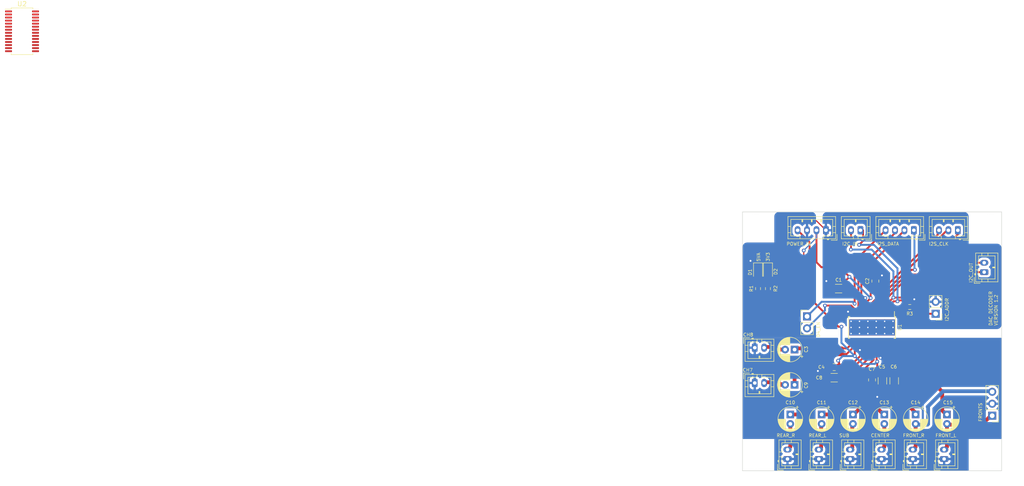
<source format=kicad_pcb>
(kicad_pcb (version 20221018) (generator pcbnew)
  (layers (0 "F.Cu" signal) (31 "B.Cu" signal) (34 "B.Paste" user) (35 "F.Paste" user) (36 "B.SilkS" user "B.Silkscreen") (37 "F.SilkS" user "F.Silkscreen") (38 "B.Mask" user) (39 "F.Mask" user) (44 "Edge.Cuts" user))
  (net 0 "")
  (net 1 "3V3")
  (net 2 "SDA")
  (net 3 "PCMCLK")
  (net 4 "BCLK")
  (net 5 "WCLK")
  (net 6 "I2S_D1")
  (net 7 "I2S_D2")
  (net 8 "I2S_D3")
  (net 9 "5VA")
  (net 10 "GND")
  (net 11 "AGND")
  (net 12 "ADDR")
  (net 13 "ZERO1")
  (net 14 "SCL")
  (net 15 "ZERO2")
  (net 16 "PAD")
  (net 17 "VOUT1")
  (net 18 "LEFT_FRONT")
  (net 19 "VOUT2")
  (net 20 "RIGHT_FRONT")
  (net 21 "VOUT3")
  (net 22 "LEFT_REAR")
  (net 23 "VOUT4")
  (net 24 "RIGHT_REAR")
  (net 25 "VOUT6")
  (net 26 "VOUT5")
  (net 27 "CENTER")
  (net 28 "SUBW")
  (net 29 "VOUT7")
  (net 30 "VOUT8")
  (net 31 "Net-(U1-VCOM)")
  (net 32 "CH7")
  (net 33 "CH8")
  (net 34 "I2S_D4")
  (net 35 "Net-(D1-A)")
  (net 36 "Net-(D2-A)")
  (net 37 "I2S_D4_IN")
  (footprint "LED_SMD:LED_0805_2012Metric_Pad1.15x1.40mm_HandSolder" (layer "F.Cu") (at 162.2 56.2 -90)
    (fp_text reference "D2" (at 0 -1.65 -270 unlocked) (layer "F.SilkS") (effects (font (size 0.7 0.7) (thickness 0.1))))
    (fp_text value "YELLOW")
    (pad "1" smd roundrect (at -1.025 0 270) (size 1.15 1.4) (layers "F.Cu" "F.Paste" "F.Mask") (roundrect_rratio 0.2173913043) (net 10 "GND"))
    (pad "2" smd roundrect (at 1.025 0 270) (size 1.15 1.4) (layers "F.Cu" "F.Paste" "F.Mask") (roundrect_rratio 0.2173913043) (net 36 "Net-(D2-A)"))
  )
  (footprint "Connector_PinHeader_2.54mm:PinHeader_1x02_P2.54mm_Vertical" (layer "F.Cu") (at 197.8 65.14 180)
    (fp_text reference "J16" hide)
    (fp_text value "Conn_01x02_Male")
    (pad "1" thru_hole rect (at 0 0 180) (size 1.7 1.7) (drill 1) (layers "*.Cu" "*.Mask") (net 12 "ADDR"))
    (pad "2" thru_hole oval (at 0 2.54 180) (size 1.7 1.7) (drill 1) (layers "*.Cu" "*.Mask") (net 10 "GND"))
  )
  (footprint "Connector_JST:JST_PH_B2B-PH-K_1x02_P2.00mm_Vertical" (layer "F.Cu") (at 192.95 96 90)
    (fp_text reference "J14" hide)
    (fp_text value "Conn_01x02_Male")
    (pad "1" thru_hole roundrect (at 0 0 90) (size 1.2 1.75) (drill 0.75) (layers "*.Cu" "*.Mask") (roundrect_rratio 0.2083333333) (net 11 "AGND"))
    (pad "2" thru_hole oval (at 2 0 90) (size 1.2 1.75) (drill 0.75) (layers "*.Cu" "*.Mask") (net 20 "RIGHT_FRONT"))
  )
  (footprint "LED_SMD:LED_0805_2012Metric_Pad1.15x1.40mm_HandSolder" (layer "F.Cu") (at 160.1 56.2 -90)
    (fp_text reference "D1" (at 0.1 1.7 -270 unlocked) (layer "F.SilkS") (effects (font (size 0.7 0.7) (thickness 0.1))))
    (fp_text value "BLUE")
    (pad "1" smd roundrect (at -1.025 0 270) (size 1.15 1.4) (layers "F.Cu" "F.Paste" "F.Mask") (roundrect_rratio 0.2173913043) (net 11 "AGND"))
    (pad "2" smd roundrect (at 1.025 0 270) (size 1.15 1.4) (layers "F.Cu" "F.Paste" "F.Mask") (roundrect_rratio 0.2173913043) (net 35 "Net-(D1-A)"))
  )
  (footprint "Capacitor_SMD:C_0805_2012Metric_Pad1.18x1.45mm_HandSolder" (layer "F.Cu") (at 176.2625 76.475 180)
    (fp_text reference "C4" (at 2.7 0 unlocked) (layer "F.SilkS") (effects (font (size 0.7 0.7) (thickness 0.1))))
    (fp_text value "100N")
    (pad "1" smd roundrect (at -1.0375 0 180) (size 1.175 1.45) (layers "F.Cu" "F.Paste" "F.Mask") (roundrect_rratio 0.2127659574) (net 9 "5VA"))
    (pad "2" smd roundrect (at 1.0375 0 180) (size 1.175 1.45) (layers "F.Cu" "F.Paste" "F.Mask") (roundrect_rratio 0.2127659574) (net 11 "AGND"))
  )
  (footprint "Capacitor_SMD:C_1206_3216Metric_Pad1.33x1.80mm_HandSolder" (layer "F.Cu") (at 176.2625 78.725 180)
    (fp_text reference "C8" (at 3.2 0 unlocked) (layer "F.SilkS") (effects (font (size 0.7 0.7) (thickness 0.1))))
    (fp_text value "10U")
    (pad "1" smd roundrect (at -1.5625 0 180) (size 1.325 1.8) (layers "F.Cu" "F.Paste" "F.Mask") (roundrect_rratio 0.1886792453) (net 9 "5VA"))
    (pad "2" smd roundrect (at 1.5625 0 180) (size 1.325 1.8) (layers "F.Cu" "F.Paste" "F.Mask") (roundrect_rratio 0.1886792453) (net 11 "AGND"))
  )
  (footprint "Connector_JST:JST_PH_B2B-PH-K_1x02_P2.00mm_Vertical" (layer "F.Cu") (at 208.1 56.3 90)
    (fp_text reference "J5" hide)
    (fp_text value "Conn_01x02_Male")
    (pad "1" thru_hole roundrect (at 0 0 90) (size 1.2 1.75) (drill 0.75) (layers "*.Cu" "*.Mask") (roundrect_rratio 0.2083333333) (net 14 "SCL"))
    (pad "2" thru_hole oval (at 2 0 90) (size 1.2 1.75) (drill 0.75) (layers "*.Cu" "*.Mask") (net 2 "SDA"))
  )
  (footprint "Connector_JST:JST_PH_B2B-PH-K_1x02_P2.00mm_Vertical" (layer "F.Cu") (at 159.4 79.85)
    (fp_text reference "J8" hide)
    (fp_text value "Conn_01x02_Male")
    (pad "1" thru_hole roundrect (at 0 0) (size 1.2 1.75) (drill 0.75) (layers "*.Cu" "*.Mask") (roundrect_rratio 0.2083333333) (net 11 "AGND"))
    (pad "2" thru_hole oval (at 2 0) (size 1.2 1.75) (drill 0.75) (layers "*.Cu" "*.Mask") (net 32 "CH7"))
  )
  (footprint "Connector_JST:JST_PH_B4B-PH-K_1x04_P2.00mm_Vertical" (layer "F.Cu") (at 193.166666 47.4 180)
    (fp_text reference "J3" hide)
    (fp_text value "Conn_01x04_Male")
    (pad "1" thru_hole roundrect (at 0 0 180) (size 1.2 1.75) (drill 0.75) (layers "*.Cu" "*.Mask") (roundrect_rratio 0.2083333333) (net 6 "I2S_D1"))
    (pad "2" thru_hole oval (at 2 0 180) (size 1.2 1.75) (drill 0.75) (layers "*.Cu" "*.Mask") (net 7 "I2S_D2"))
    (pad "3" thru_hole oval (at 4 0 180) (size 1.2 1.75) (drill 0.75) (layers "*.Cu" "*.Mask") (net 8 "I2S_D3"))
    (pad "4" thru_hole oval (at 6 0 180) (size 1.2 1.75) (drill 0.75) (layers "*.Cu" "*.Mask") (net 37 "I2S_D4_IN"))
  )
  (footprint "Resistor_SMD:R_0603_1608Metric_Pad0.98x0.95mm_HandSolder" (layer "F.Cu") (at 192.3 63.7 180)
    (fp_text reference "R3" (at 0 -1.43 unlocked) (layer "F.SilkS") (effects (font (size 0.7 0.7) (thickness 0.1))))
    (fp_text value "4.7K")
    (pad "1" smd roundrect (at -0.9125 0 180) (size 0.975 0.95) (layers "F.Cu" "F.Paste" "F.Mask") (net 10 "GND"))
    (pad "2" smd roundrect (at 0.9125 0 180) (size 0.975 0.95) (layers "F.Cu" "F.Paste" "F.Mask") (net 12 "ADDR"))
  )
  (footprint "Connector_JST:JST_PH_B2B-PH-K_1x02_P2.00mm_Vertical" (layer "F.Cu") (at 159.4 72.35)
    (fp_text reference "J7" hide)
    (fp_text value "Conn_01x02_Male")
    (pad "1" thru_hole roundrect (at 0 0) (size 1.2 1.75) (drill 0.75) (layers "*.Cu" "*.Mask") (roundrect_rratio 0.2083333333) (net 11 "AGND"))
    (pad "2" thru_hole oval (at 2 0) (size 1.2 1.75) (drill 0.75) (layers "*.Cu" "*.Mask") (net 33 "CH8"))
  )
  (footprint "Capacitor_THT:CP_Radial_D5.0mm_P2.00mm" (layer "F.Cu") (at 186.9 86.539888 -90)
    (fp_text reference "C13" (at -2.539888 0 unlocked) (layer "F.SilkS") (effects (font (size 0.7 0.7) (thickness 0.1))))
    (fp_text value "10U")
    (pad "1" thru_hole rect (at 0 0 270) (size 1.6 1.6) (drill 0.8) (layers "*.Cu" "*.Mask") (net 21 "VOUT3"))
    (pad "2" thru_hole circle (at 2 0 270) (size 1.6 1.6) (drill 0.8) (layers "*.Cu" "*.Mask") (net 22 "LEFT_REAR"))
  )
  (footprint "Connector_JST:JST_PH_B2B-PH-K_1x02_P2.00mm_Vertical" (layer "F.Cu") (at 199.6 96 90)
    (fp_text reference "J15" hide)
    (fp_text value "Conn_01x02_Male")
    (pad "1" thru_hole roundrect (at 0 0 90) (size 1.2 1.75) (drill 0.75) (layers "*.Cu" "*.Mask") (roundrect_rratio 0.2083333333) (net 11 "AGND"))
    (pad "2" thru_hole oval (at 2 0 90) (size 1.2 1.75) (drill 0.75) (layers "*.Cu" "*.Mask") (net 18 "LEFT_FRONT"))
  )
  (footprint "Capacitor_SMD:C_0805_2012Metric_Pad1.18x1.45mm_HandSolder" (layer "F.Cu") (at 184.3 79.2 -90)
    (fp_text reference "C7" (at -2.3 0.0375 unlocked) (layer "F.SilkS") (effects (font (size 0.7 0.7) (thickness 0.1))))
    (fp_text value "100N")
    (pad "1" smd roundrect (at -1.0375 0 270) (size 1.175 1.45) (layers "F.Cu" "F.Paste" "F.Mask") (roundrect_rratio 0.2127659574) (net 9 "5VA"))
    (pad "2" smd roundrect (at 1.0375 0 270) (size 1.175 1.45) (layers "F.Cu" "F.Paste" "F.Mask") (roundrect_rratio 0.2127659574) (net 11 "AGND"))
  )
  (footprint "Capacitor_THT:CP_Radial_D5.0mm_P2.00mm" (layer "F.Cu") (at 173.6 86.539888 -90)
    (fp_text reference "C11" (at -2.539888 0 unlocked) (layer "F.SilkS") (effects (font (size 0.7 0.7) (thickness 0.1))))
    (fp_text value "10U")
    (pad "1" thru_hole rect (at 0 0 270) (size 1.6 1.6) (drill 0.8) (layers "*.Cu" "*.Mask") (net 26 "VOUT5"))
    (pad "2" thru_hole circle (at 2 0 270) (size 1.6 1.6) (drill 0.8) (layers "*.Cu" "*.Mask") (net 27 "CENTER"))
  )
  (footprint "Connector_JST:JST_PH_B2B-PH-K_1x02_P2.00mm_Vertical" (layer "F.Cu") (at 173 96 90)
    (fp_text reference "J11" hide)
    (fp_text value "Conn_01x02_Male")
    (pad "1" thru_hole roundrect (at 0 0 90) (size 1.2 1.75) (drill 0.75) (layers "*.Cu" "*.Mask") (roundrect_rratio 0.2083333333) (net 11 "AGND"))
    (pad "2" thru_hole oval (at 2 0 90) (size 1.2 1.75) (drill 0.75) (layers "*.Cu" "*.Mask") (net 27 "CENTER"))
  )
  (footprint "Package_SO:TSSOP-28_4.4x9.7mm_P0.65mm" (layer "F.Cu") (at 3.875 5.125)
    (fp_text reference "U2" (at 0 -5.8) (layer "F.SilkS"))
    (fp_text value "PCM5122PW")
    (pad "1" smd roundrect (at -2.8625 -4.225) (size 1.475 0.4) (layers "F.Cu" "F.Paste" "F.Mask"))
    (pad "2" smd roundrect (at -2.8625 -3.575) (size 1.475 0.4) (layers "F.Cu" "F.Paste" "F.Mask"))
    (pad "3" smd roundrect (at -2.8625 -2.925) (size 1.475 0.4) (layers "F.Cu" "F.Paste" "F.Mask"))
    (pad "4" smd roundrect (at -2.8625 -2.275) (size 1.475 0.4) (layers "F.Cu" "F.Paste" "F.Mask"))
    (pad "5" smd roundrect (at -2.8625 -1.625) (size 1.475 0.4) (layers "F.Cu" "F.Paste" "F.Mask"))
    (pad "6" smd roundrect (at -2.8625 -0.975) (size 1.475 0.4) (layers "F.Cu" "F.Paste" "F.Mask"))
    (pad "7" smd roundrect (at -2.8625 -0.325) (size 1.475 0.4) (layers "F.Cu" "F.Paste" "F.Mask"))
    (pad "8" smd roundrect (at -2.8625 0.325) (size 1.475 0.4) (layers "F.Cu" "F.Paste" "F.Mask"))
    (pad "9" smd roundrect (at -2.8625 0.975) (size 1.475 0.4) (layers "F.Cu" "F.Paste" "F.Mask"))
    (pad "10" smd roundrect (at -2.8625 1.625) (size 1.475 0.4) (layers "F.Cu" "F.Paste" "F.Mask"))
    (pad "11" smd roundrect (at -2.8625 2.275) (size 1.475 0.4) (layers "F.Cu" "F.Paste" "F.Mask"))
    (pad "12" smd roundrect (at -2.8625 2.925) (size 1.475 0.4) (layers "F.Cu" "F.Paste" "F.Mask"))
    (pad "13" smd roundrect (at -2.8625 3.575) (size 1.475 0.4) (layers "F.Cu" "F.Paste" "F.Mask"))
    (pad "14" smd roundrect (at -2.8625 4.225) (size 1.475 0.4) (layers "F.Cu" "F.Paste" "F.Mask"))
    (pad "15" smd roundrect (at 2.8625 4.225) (size 1.475 0.4) (layers "F.Cu" "F.Paste" "F.Mask"))
    (pad "16" smd roundrect (at 2.8625 3.575) (size 1.475 0.4) (layers "F.Cu" "F.Paste" "F.Mask"))
    (pad "17" smd roundrect (at 2.8625 2.925) (size 1.475 0.4) (layers "F.Cu" "F.Paste" "F.Mask"))
    (pad "18" smd roundrect (at 2.8625 2.275) (size 1.475 0.4) (layers "F.Cu" "F.Paste" "F.Mask"))
    (pad "19" smd roundrect (at 2.8625 1.625) (size 1.475 0.4) (layers "F.Cu" "F.Paste" "F.Mask"))
    (pad "20" smd roundrect (at 2.8625 0.975) (size 1.475 0.4) (layers "F.Cu" "F.Paste" "F.Mask"))
    (pad "21" smd roundrect (at 2.8625 0.325) (size 1.475 0.4) (layers "F.Cu" "F.Paste" "F.Mask"))
    (pad "22" smd roundrect (at 2.8625 -0.325) (size 1.475 0.4) (layers "F.Cu" "F.Paste" "F.Mask"))
    (pad "23" smd roundrect (at 2.8625 -0.975) (size 1.475 0.4) (layers "F.Cu" "F.Paste" "F.Mask"))
    (pad "24" smd roundrect (at 2.8625 -1.625) (size 1.475 0.4) (layers "F.Cu" "F.Paste" "F.Mask"))
    (pad "25" smd roundrect (at 2.8625 -2.275) (size 1.475 0.4) (layers "F.Cu" "F.Paste" "F.Mask"))
    (pad "26" smd roundrect (at 2.8625 -2.925) (size 1.475 0.4) (layers "F.Cu" "F.Paste" "F.Mask"))
    (pad "27" smd roundrect (at 2.8625 -3.575) (size 1.475 0.4) (layers "F.Cu" "F.Paste" "F.Mask"))
    (pad "28" smd roundrect (at 2.8625 -4.225) (size 1.475 0.4) (layers "F.Cu" "F.Paste" "F.Mask"))
  )
  (footprint "Package_SO:HTSSOP-28-1EP_4.4x9.7mm_P0.65mm_EP3.4x9.5mm_Mask2.4x6.17mm_ThermalVias" (layer "F.Cu") (at 184.3 68.05 -90)
    (fp_text reference "U1" (at 0 -5.9 90 unlocked) (layer "F.SilkS") (effects (font (size 0.7 0.7) (thickness 0.1))))
    (fp_text value "PCM1681")
    (pad "1" smd rect (at -2.85 -4.225 270) (size 1.1 0.4) (layers "F.Cu" "F.Paste" "F.Mask") (net 13 "ZERO1"))
    (pad "2" smd rect (at -2.85 -3.575 270) (size 1.1 0.4) (layers "F.Cu" "F.Paste" "F.Mask") (net 12 "ADDR"))
    (pad "3" smd rect (at -2.85 -2.925 270) (size 1.1 0.4) (layers "F.Cu" "F.Paste" "F.Mask") (net 14 "SCL"))
    (pad "4" smd rect (at -2.85 -2.275 270) (size 1.1 0.4) (layers "F.Cu" "F.Paste" "F.Mask") (net 2 "SDA"))
    (pad "5" smd rect (at -2.85 -1.625 270) (size 1.1 0.4) (layers "F.Cu" "F.Paste" "F.Mask") (net 3 "PCMCLK"))
    (pad "6" smd rect (at -2.85 -0.975 270) (size 1.1 0.4) (layers "F.Cu" "F.Paste" "F.Mask") (net 6 "I2S_D1"))
    (pad "7" smd rect (at -2.85 -0.325 270) (size 1.1 0.4) (layers "F.Cu" "F.Paste" "F.Mask") (net 4 "BCLK"))
    (pad "8" smd rect (at -2.85 0.325 270) (size 1.1 0.4) (layers "F.Cu" "F.Paste" "F.Mask") (net 5 "WCLK"))
    (pad "9" smd rect (at -2.85 0.975 270) (size 1.1 0.4) (layers "F.Cu" "F.Paste" "F.Mask") (net 1 "3V3"))
    (pad "10" smd rect (at -2.85 1.625 270) (size 1.1 0.4) (layers "F.Cu" "F.Paste" "F.Mask") (net 10 "GND"))
    (pad "11" smd rect (at -2.85 2.275 270) (size 1.1 0.4) (layers "F.Cu" "F.Paste" "F.Mask") (net 7 "I2S_D2"))
    (pad "12" smd rect (at -2.85 2.925 270) (size 1.1 0.4) (layers "F.Cu" "F.Paste" "F.Mask") (net 8 "I2S_D3"))
    (pad "13" smd rect (at -2.85 3.575 270) (size 1.1 0.4) (layers "F.Cu" "F.Paste" "F.Mask") (net 34 "I2S_D4"))
    (pad "14" smd rect (at -2.85 4.225 270) (size 1.1 0.4) (layers "F.Cu" "F.Paste" "F.Mask") (net 10 "GND"))
    (pad "15" smd rect (at 2.85 4.225 270) (size 1.1 0.4) (layers "F.Cu" "F.Paste" "F.Mask") (net 30 "VOUT8"))
    (pad "16" smd rect (at 2.85 3.575 270) (size 1.1 0.4) (layers "F.Cu" "F.Paste" "F.Mask") (net 29 "VOUT7"))
    (pad "17" smd rect (at 2.85 2.925 270) (size 1.1 0.4) (layers "F.Cu" "F.Paste" "F.Mask") (net 9 "5VA"))
    (pad "18" smd rect (at 2.85 2.275 270) (size 1.1 0.4) (layers "F.Cu" "F.Paste" "F.Mask") (net 11 "AGND"))
    (pad "19" smd rect (at 2.85 1.625 270) (size 1.1 0.4) (layers "F.Cu" "F.Paste" "F.Mask") (net 25 "VOUT6"))
    (pad "20" smd rect (at 2.85 0.975 270) (size 1.1 0.4) (layers "F.Cu" "F.Paste" "F.Mask") (net 26 "VOUT5"))
    (pad "21" smd rect (at 2.85 0.325 270) (size 1.1 0.4) (layers "F.Cu" "F.Paste" "F.Mask") (net 23 "VOUT4"))
    (pad "22" smd rect (at 2.85 -0.325 270) (size 1.1 0.4) (layers "F.Cu" "F.Paste" "F.Mask") (net 21 "VOUT3"))
    (pad "23" smd rect (at 2.85 -0.975 270) (size 1.1 0.4) (layers "F.Cu" "F.Paste" "F.Mask") (net 9 "5VA"))
    (pad "24" smd rect (at 2.85 -1.625 270) (size 1.1 0.4) (layers "F.Cu" "F.Paste" "F.Mask") (net 11 "AGND"))
    (pad "25" smd rect (at 2.85 -2.275 270) (size 1.1 0.4) (layers "F.Cu" "F.Paste" "F.Mask") (net 31 "Net-(U1-VCOM)"))
    (pad "26" smd rect (at 2.85 -2.925 270) (size 1.1 0.4) (layers "F.Cu" "F.Paste" "F.Mask") (net 19 "VOUT2"))
    (pad "27" smd rect (at 2.85 -3.575 270) (size 1.1 0.4) (layers "F.Cu" "F.Paste" "F.Mask") (net 17 "VOUT1"))
    (pad "28" smd rect (at 2.85 -4.225 270) (size 1.1 0.4) (layers "F.Cu" "F.Paste" "F.Mask") (net 15 "ZERO2"))
    (pad "29" thru_hole circle (at -1.3 -4.45 270) (size 0.6 0.6) (drill 0.3) (layers "*.Cu") (net 16 "PAD"))
    (pad "29" thru_hole circle (at -1.3 -2.67 270) (size 0.6 0.6) (drill 0.3) (layers "*.Cu") (net 16 "PAD"))
    (pad "29" thru_hole circle (at -1.3 -0.89 270) (size 0.6 0.6) (drill 0.3) (layers "*.Cu") (net 16 "PAD"))
    (pad "29" thru_hole circle (at -1.3 0.89 270) (size 0.6 0.6) (drill 0.3) (layers "*.Cu") (net 16 "PAD"))
    (pad "29" thru_hole circle (at -1.3 2.67 270) (size 0.6 0.6) (drill 0.3) (layers "*.Cu") (net 16 "PAD"))
    (pad "29" thru_hole circle (at -1.3 4.45 270) (size 0.6 0.6) (drill 0.3) (layers "*.Cu") (net 16 "PAD"))
    (pad "29" thru_hole circle (at 0 -4.45 270) (size 0.6 0.6) (drill 0.3) (layers "*.Cu") (net 16 "PAD"))
    (pad "29" thru_hole circle (at 0 -2.67 270) (size 0.6 0.6) (drill 0.3) (layers "*.Cu") (net 16 "PAD"))
    (pad "29" thru_hole circle (at 0 -0.89 270) (size 0.6 0.6) (drill 0.3) (layers "*.Cu") (net 16 "PAD"))
    (pad "29" smd rect (at 0 0 270) (size 3.4 9.7) (layers "F.Cu") (net 16 "PAD"))
    (pad "29" smd rect (at 0 0 270) (size 3.4 9.7) (layers "B.Cu") (net 16 "PAD"))
    (pad "29" thru_hole circle (at 0 0.89 270) (size 0.6 0.6) (drill 0.3) (layers "*.Cu") (net 16 "PAD"))
    (pad "29" thru_hole circle (at 0 2.67 270) (size 0.6 0.6) (drill 0.3) (layers "*.Cu") (net 16 "PAD"))
    (pad "29" thru_hole circle (at 0 4.45 270) (size 0.6 0.6) (drill 0.3) (layers "*.Cu") (net 16 "PAD"))
    (pad "29" thru_hole circle (at 1.3 -4.45 270) (size 0.6 0.6) (drill 0.3) (layers "*.Cu") (net 16 "PAD"))
    (pad "29" thru_hole circle (at 1.3 -2.67 270) (size 0.6 0.6) (drill 0.3) (layers "*.Cu") (net 16 "PAD"))
    (pad "29" thru_hole circle (at 1.3 -0.89 270) (size 0.6 0.6) (drill 0.3) (layers "*.Cu") (net 16 "PAD"))
    (pad "29" thru_hole circle (at 1.3 0.89 270) (size 0.6 0.6) (drill 0.3) (layers "*.Cu") (net 16 "PAD"))
    (pad "29" thru_hole circle (at 1.3 2.67 270) (size 0.6 0.6) (drill 0.3) (layers "*.Cu") (net 16 "PAD"))
    (pad "29" thru_hole circle (at 1.3 4.45 270) (size 0.6 0.6) (drill 0.3) (layers "*.Cu") (net 16 "PAD"))
  )
  (footprint "Capacitor_SMD:C_1206_3216Metric_Pad1.33x1.80mm_HandSolder" (layer "F.Cu") (at 189 79.4 90)
    (fp_text reference "C6" (at 3 -0.1 unlocked) (layer "F.SilkS") (effects (font (size 0.7 0.7) (thickness 0.1))))
    (fp_text value "10U")
    (pad "1" smd roundrect (at -1.5625 0 90) (size 1.325 1.8) (layers "F.Cu" "F.Paste" "F.Mask") (roundrect_rratio 0.1886792453) (net 11 "AGND"))
    (pad "2" smd roundrect (at 1.5625 0 90) (size 1.325 1.8) (layers "F.Cu" "F.Paste" "F.Mask") (roundrect_rratio 0.1886792453) (net 31 "Net-(U1-VCOM)"))
  )
  (footprint "Capacitor_THT:CP_Radial_D5.0mm_P2.00mm" (layer "F.Cu") (at 166.95 86.539888 -90)
    (fp_text reference "C10" (at -2.539888 0 unlocked) (layer "F.SilkS") (effects (font (size 0.7 0.7) (thickness 0.1))))
    (fp_text value "10U")
    (pad "1" thru_hole rect (at 0 0 270) (size 1.6 1.6) (drill 0.8) (layers "*.Cu" "*.Mask") (net 25 "VOUT6"))
    (pad "2" thru_hole circle (at 2 0 270) (size 1.6 1.6) (drill 0.8) (layers "*.Cu" "*.Mask") (net 28 "SUBW"))
  )
  (footprint "Capacitor_SMD:C_0805_2012Metric_Pad1.18x1.45mm_HandSolder" (layer "F.Cu") (at 185 58.2 -90)
    (fp_text reference "C2" (at 0 1.7 90 unlocked) (layer "F.SilkS") (effects (font (size 0.7 0.7) (thickness 0.1))))
    (fp_text value "100N")
    (pad "1" smd roundrect (at -1.0375 0 270) (size 1.175 1.45) (layers "F.Cu" "F.Paste" "F.Mask") (roundrect_rratio 0.2127659574) (net 10 "GND"))
    (pad "2" smd roundrect (at 1.0375 0 270) (size 1.175 1.45) (layers "F.Cu" "F.Paste" "F.Mask") (roundrect_rratio 0.2127659574) (net 1 "3V3"))
  )
  (footprint "Connector_JST:JST_PH_B4B-PH-K_1x04_P2.00mm_Vertical" (layer "F.Cu") (at 174.5 47.4 180)
    (fp_text reference "J1" hide)
    (fp_text value "Conn_01x04_Male")
    (pad "1" thru_hole roundrect (at 0 0 180) (size 1.2 1.75) (drill 0.75) (layers "*.Cu" "*.Mask") (roundrect_rratio 0.2083333333) (net 10 "GND"))
    (pad "2" thru_hole oval (at 2 0 180) (size 1.2 1.75) (drill 0.75) (layers "*.Cu" "*.Mask") (net 1 "3V3"))
    (pad "3" thru_hole oval (at 4 0 180) (size 1.2 1.75) (drill 0.75) (layers "*.Cu" "*.Mask") (net 11 "AGND"))
    (pad "4" thru_hole oval (at 6 0 180) (size 1.2 1.75) (drill 0.75) (layers "*.Cu" "*.Mask") (net 9 "5VA"))
  )
  (footprint "Capacitor_THT:CP_Radial_D5.0mm_P2.00mm" (layer "F.Cu") (at 200.2 86.539888 -90)
    (fp_text reference "C15" (at -2.539888 -0.2 unlocked) (layer "F.SilkS") (effects (font (size 0.7 0.7) (thickness 0.1))))
    (fp_text value "10U")
    (pad "1" thru_hole rect (at 0 0 270) (size 1.6 1.6) (drill 0.8) (layers "*.Cu" "*.Mask") (net 17 "VOUT1"))
    (pad "2" thru_hole circle (at 2 0 270) (size 1.6 1.6) (drill 0.8) (layers "*.Cu" "*.Mask") (net 18 "LEFT_FRONT"))
  )
  (footprint "Connector_PinHeader_2.54mm:PinHeader_1x03_P2.54mm_Vertical" (layer "F.Cu") (at 209.8 86.8 180)
    (fp_text reference "J9" hide)
    (fp_text value "Conn_01x03_Male")
    (pad "1" thru_hole rect (at 0 0 180) (size 1.7 1.7) (drill 1) (layers "*.Cu" "*.Mask") (net 18 "LEFT_FRONT"))
    (pad "2" thru_hole oval (at 0 2.54 180) (size 1.7 1.7) (drill 1) (layers "*.Cu" "*.Mask") (net 11 "AGND"))
    (pad "3" thru_hole oval (at 0 5.08 180) (size 1.7 1.7) (drill 1) (layers "*.Cu" "*.Mask") (net 20 "RIGHT_FRONT"))
  )
  (footprint "Connector_JST:JST_PH_B2B-PH-K_1x02_P2.00mm_Vertical" (layer "F.Cu") (at 179.65 96 90)
    (fp_text reference "J12" hide)
    (fp_text value "Conn_01x02_Male")
    (pad "1" thru_hole roundrect (at 0 0 90) (size 1.2 1.75) (drill 0.75) (layers "*.Cu" "*.Mask") (roundrect_rratio 0.2083333333) (net 11 "AGND"))
    (pad "2" thru_hole oval (at 2 0 90) (size 1.2 1.75) (drill 0.75) (layers "*.Cu" "*.Mask") (net 24 "RIGHT_REAR"))
  )
  (footprint "Capacitor_SMD:C_1206_3216Metric_Pad1.33x1.80mm_HandSolder" (layer "F.Cu") (at 186.5 79.4 -90)
    (fp_text reference "C5" (at -3 0.1 unlocked) (layer "F.SilkS") (effects (font (size 0.7 0.7) (thickness 0.1))))
    (fp_text value "10U")
    (pad "1" smd roundrect (at -1.5625 0 270) (size 1.325 1.8) (layers "F.Cu" "F.Paste" "F.Mask") (roundrect_rratio 0.1886792453) (net 9 "5VA"))
    (pad "2" smd roundrect (at 1.5625 0 270) (size 1.325 1.8) (layers "F.Cu" "F.Paste" "F.Mask") (roundrect_rratio 0.1886792453) (net 11 "AGND"))
  )
  (footprint "MountingHole:MountingHole_3.2mm_M3" (layer "F.Cu") (at 209.3 96)
    (fp_text reference "H4" hide)
    (fp_text value "MountingHole")
    (pad "" np_thru_hole circle (at 0 0) (size 3.2 3.2) (drill 3.2) (layers "*.Cu" "*.Mask"))
  )
  (footprint "Capacitor_THT:CP_Radial_D5.0mm_P2.00mm" (layer "F.Cu") (at 167.855113 72.75 180)
    (fp_text reference "C3" (at -2.444887 0.05 90 unlocked) (layer "F.SilkS") (effects (font (size 0.7 0.7) (thickness 0.1))))
    (fp_text value "10U")
    (pad "1" thru_hole rect (at 0 0 180) (size 1.6 1.6) (drill 0.8) (layers "*.Cu" "*.Mask") (net 30 "VOUT8"))
    (pad "2" thru_hole circle (at 2 0 180) (size 1.6 1.6) (drill 0.8) (layers "*.Cu" "*.Mask") (net 33 "CH8"))
  )
  (footprint "Capacitor_THT:CP_Radial_D5.0mm_P2.00mm" (layer "F.Cu") (at 167.855113 80.25 180)
    (fp_text reference "C9" (at -2.444887 -0.1 90 unlocked) (layer "F.SilkS") (effects (font (size 0.7 0.7) (thickness 0.1))))
    (fp_text value "10U")
    (pad "1" thru_hole rect (at 0 0 180) (size 1.6 1.6) (drill 0.8) (layers "*.Cu" "*.Mask") (net 29 "VOUT7"))
    (pad "2" thru_hole circle (at 2 0 180) (size 1.6 1.6) (drill 0.8) (layers "*.Cu" "*.Mask") (net 32 "CH7"))
  )
  (footprint "Connector_JST:JST_PH_B3B-PH-K_1x03_P2.00mm_Vertical" (layer "F.Cu") (at 202.5 47.4 180)
    (fp_text reference "J4" hide)
    (fp_text value "Conn_01x03_Male")
    (pad "1" thru_hole roundrect (at 0 0 180) (size 1.2 1.75) (drill 0.75) (layers "*.Cu" "*.Mask") (roundrect_rratio 0.2083333333) (net 3 "PCMCLK"))
    (pad "2" thru_hole oval (at 2 0 180) (size 1.2 1.75) (drill 0.75) (layers "*.Cu" "*.Mask") (net 4 "BCLK"))
    (pad "3" thru_hole oval (at 4 0 180) (size 1.2 1.75) (drill 0.75) (layers "*.Cu" "*.Mask") (net 5 "WCLK"))
  )
  (footprint "Capacitor_THT:CP_Radial_D5.0mm_P2.00mm" (layer "F.Cu") (at 193.55 86.539888 -90)
    (fp_text reference "C14" (at -2.539888 0 unlocked) (layer "F.SilkS") (effects (font (size 0.7 0.7) (thickness 0.1))))
    (fp_text value "10U")
    (pad "1" thru_hole rect (at 0 0 270) (size 1.6 1.6) (drill 0.8) (layers "*.Cu" "*.Mask") (net 19 "VOUT2"))
    (pad "2" thru_hole circle (at 2 0 270) (size 1.6 1.6) (drill 0.8) (layers "*.Cu" "*.Mask") (net 20 "RIGHT_FRONT"))
  )
  (footprint "Resistor_SMD:R_0603_1608Metric_Pad0.98x0.95mm_HandSolder" (layer "F.Cu") (at 162.2 59.8 90)
    (fp_text reference "R2" (at 0 1.61838 90 unlocked) (layer "F.SilkS") (effects (font (size 0.7 0.7) (thickness 0.1))))
    (fp_text value "430R")
    (pad "1" smd roundrect (at -0.9125 0 90) (size 0.975 0.95) (layers "F.Cu" "F.Paste" "F.Mask") (net 1 "3V3"))
    (pad "2" smd roundrect (at 0.9125 0 90) (size 0.975 0.95) (layers "F.Cu" "F.Paste" "F.Mask") (net 36 "Net-(D2-A)"))
  )
  (footprint "MountingHole:MountingHole_3.2mm_M3" (layer "F.Cu") (at 159.3 46)
    (fp_text reference "H1" hide)
    (fp_text value "MountingHole")
    (pad "" np_thru_hole circle (at 0 0) (size 3.2 3.2) (drill 3.2) (layers "*.Cu" "*.Mask"))
  )
  (footprint "Connector_JST:JST_PH_B2B-PH-K_1x02_P2.00mm_Vertical" (layer "F.Cu") (at 181.833333 47.4 180)
    (fp_text reference "J2" hide)
    (fp_text value "Conn_01x02_Male")
    (pad "1" thru_hole roundrect (at 0 0 180) (size 1.2 1.75) (drill 0.75) (layers "*.Cu" "*.Mask") (roundrect_rratio 0.2083333333) (net 14 "SCL"))
    (pad "2" thru_hole oval (at 2 0 180) (size 1.2 1.75) (drill 0.75) (layers "*.Cu" "*.Mask") (net 2 "SDA"))
  )
  (footprint "Connector_JST:JST_PH_B2B-PH-K_1x02_P2.00mm_Vertical" (layer "F.Cu") (at 186.3 96 90)
    (fp_text reference "J13" hide)
    (fp_text value "Conn_01x02_Male")
    (pad "1" thru_hole roundrect (at 0 0 90) (size 1.2 1.75) (drill 0.75) (layers "*.Cu" "*.Mask") (roundrect_rratio 0.2083333333) (net 11 "AGND"))
    (pad "2" thru_hole oval (at 2 0 90) (size 1.2 1.75) (drill 0.75) (layers "*.Cu" "*.Mask") (net 22 "LEFT_REAR"))
  )
  (footprint "Capacitor_THT:CP_Radial_D5.0mm_P2.00mm" (layer "F.Cu") (at 180.25 86.539888 -90)
    (fp_text reference "C12" (at -2.539888 0 unlocked) (layer "F.SilkS") (effects (font (size 0.7 0.7) (thickness 0.1))))
    (fp_text value "10U")
    (pad "1" thru_hole rect (at 0 0 270) (size 1.6 1.6) (drill 0.8) (layers "*.Cu" "*.Mask") (net 23 "VOUT4"))
    (pad "2" thru_hole circle (at 2 0 270) (size 1.6 1.6) (drill 0.8) (layers "*.Cu" "*.Mask") (net 24 "RIGHT_REAR"))
  )
  (footprint "Resistor_SMD:R_0603_1608Metric_Pad0.98x0.95mm_HandSolder" (layer "F.Cu") (at 160.1 59.8 90)
    (fp_text reference "R1" (at 0 -1.43 90 unlocked) (layer "F.SilkS") (effects (font (size 0.7 0.7) (thickness 0.1))))
    (fp_text value "1K")
    (pad "1" smd roundrect (at -0.9125 0 90) (size 0.975 0.95) (layers "F.Cu" "F.Paste" "F.Mask") (net 9 "5VA"))
    (pad "2" smd roundrect (at 0.9125 0 90) (size 0.975 0.95) (layers "F.Cu" "F.Paste" "F.Mask") (net 35 "Net-(D1-A)"))
  )
  (footprint "Capacitor_SMD:C_1206_3216Metric_Pad1.33x1.80mm_HandSolder" (layer "F.Cu") (at 177.2 59.8)
    (fp_text reference "C1" (at 0 -1.85 unlocked) (layer "F.SilkS") (effects (font (size 0.7 0.7) (thickness 0.1))))
    (fp_text value "10U")
    (pad "1" smd roundrect (at -1.5625 0) (size 1.325 1.8) (layers "F.Cu" "F.Paste" "F.Mask") (roundrect_rratio 0.1886792453) (net 10 "GND"))
    (pad "2" smd roundrect (at 1.5625 0) (size 1.325 1.8) (layers "F.Cu" "F.Paste" "F.Mask") (roundrect_rratio 0.1886792453) (net 1 "3V3"))
  )
  (footprint "MountingHole:MountingHole_3.2mm_M3" (layer "F.Cu") (at 159.3 96)
    (fp_text reference "H3" hide)
    (fp_text value "MountingHole")
    (pad "" np_thru_hole circle (at 0 0) (size 3.2 3.2) (drill 3.2) (layers "*.Cu" "*.Mask"))
  )
  (footprint "Connector_PinHeader_2.54mm:PinHeader_1x02_P2.54mm_Vertical" (layer "F.Cu") (at 170.5 65.7)
    (fp_text reference "J6" hide)
    (fp_text value "Conn_01x02_Male")
    (pad "1" thru_hole rect (at 0 0) (size 1.7 1.7) (drill 1) (layers "*.Cu" "*.Mask") (net 37 "I2S_D4_IN"))
    (pad "2" thru_hole oval (at 0 2.54) (size 1.7 1.7) (drill 1) (layers "*.Cu" "*.Mask") (net 34 "I2S_D4"))
  )
  (footprint "Connector_JST:JST_PH_B2B-PH-K_1x02_P2.00mm_Vertical" (layer "F.Cu") (at 166.35 96 90)
    (fp_text reference "J10" hide)
    (fp_text value "Conn_01x02_Male")
    (pad "1" thru_hole roundrect (at 0 0 90) (size 1.2 1.75) (drill 0.75) (layers "*.Cu" "*.Mask") (roundrect_rratio 0.2083333333) (net 11 "AGND"))
    (pad "2" thru_hole oval (at 2 0 90) (size 1.2 1.75) (drill 0.75) (layers "*.Cu" "*.Mask") (net 28 "SUBW"))
  )
  (footprint "MountingHole:MountingHole_3.2mm_M3" (layer "F.Cu") (at 209.3 46)
    (fp_text reference "H2" hide)
    (fp_text value "MountingHole")
    (pad "" np_thru_hole circle (at 0 0) (size 3.2 3.2) (drill 3.2) (layers "*.Cu" "*.Mask"))
  )
  (gr_line (start 156.8 98.5) (end 211.8 98.5) (stroke (width 0.1)) (layer "Edge.Cuts"))
  (gr_line (start 211.8 98.5) (end 211.8 43.5) (stroke (width 0.1)) (layer "Edge.Cuts"))
  (gr_line (start 211.8 43.5) (end 156.8 43.5) (stroke (width 0.1)) (layer "Edge.Cuts"))
  (gr_line (start 156.8 43.5) (end 156.8 98.5) (stroke (width 0.1)) (layer "Edge.Cuts"))
  (gr_text "REAR_R" (at 164 91) (layer "F.SilkS") (effects (font (size 0.7 0.7) (thickness 0.1)) (justify left)))
  (gr_text "5VA" (at 160.2 54.1 90) (layer "F.SilkS") (effects (font (size 0.7 0.7) (thickness 0.1)) (justify left)))
  (gr_text "CH8" (at 156.9 69.6) (layer "F.SilkS") (effects (font (size 0.7 0.7) (thickness 0.1)) (justify left)))
  (gr_text "DAC DECODER\nVERSION 1.2" (at 210.05 67.75 90) (layer "F.SilkS") (effects (font (size 0.7 0.7) (thickness 0.1)) (justify left)))
  (gr_text "3V3" (at 162.2 54.1 90) (layer "F.SilkS") (effects (font (size 0.7 0.7) (thickness 0.1)) (justify left)))
  (gr_text "FRONT_R" (at 190.8 91) (layer "F.SilkS") (effects (font (size 0.7 0.7) (thickness 0.1)) (justify left)))
  (gr_text "I2S_DATA" (at 185.3 50.3) (layer "F.SilkS") (effects (font (size 0.7 0.7) (thickness 0.1)) (justify left)))
  (gr_text "FRONTS" (at 207.3 88.1 90) (layer "F.SilkS") (effects (font (size 0.7 0.7) (thickness 0.1)) (justify left)))
  (gr_text "REAR_L" (at 170.8 91) (layer "F.SilkS") (effects (font (size 0.7 0.7) (thickness 0.1)) (justify left)))
  (gr_text "D4_EN" (at 172.9 70.2 90) (layer "F.SilkS") (effects (font (size 0.7 0.7) (thickness 0.1)) (justify left)))
  (gr_text "I2C_OUT" (at 205.3 58.6 90) (layer "F.SilkS") (effects (font (size 0.7 0.7) (thickness 0.1)) (justify left)))
  (gr_text "FRONT_L" (at 197.7 91) (layer "F.SilkS") (effects (font (size 0.7 0.7) (thickness 0.1)) (justify left)))
  (gr_text "CH7" (at 156.8 77.1) (layer "F.SilkS") (effects (font (size 0.7 0.7) (thickness 0.1)) (justify left)))
  (gr_text "CENTER" (at 184 91) (layer "F.SilkS") (effects (font (size 0.7 0.7) (thickness 0.1)) (justify left)))
  (gr_text "I2S_CLK" (at 196.3 50.3) (layer "F.SilkS") (effects (font (size 0.7 0.7) (thickness 0.1)) (justify left)))
  (gr_text "I2C_ADDR" (at 200.2 66.8 90) (layer "F.SilkS") (effects (font (size 0.7 0.7) (thickness 0.1)) (justify left)))
  (gr_text "SUB" (at 177.283288 91) (layer "F.SilkS") (effects (font (size 0.7 0.7) (thickness 0.1)) (justify left)))
  (gr_text "POWER_IN" (at 166.1 50.3) (layer "F.SilkS") (effects (font (size 0.7 0.7) (thickness 0.1)) (justify left)))
  (gr_text "I2C_IN" (at 177.9 50.3) (layer "F.SilkS") (effects (font (size 0.7 0.7) (thickness 0.1)) (justify left)))
  (segment (start 183.325 62.475) (end 184 61.8) (width 0.4) (layer "F.Cu") (net 1))
  (segment (start 169.8 53.1125) (end 169.8 51.7) (width 0.25) (layer "F.Cu") (net 1))
  (segment (start 177.45 55.25) (end 179.5 57.3) (width 0.4) (layer "F.Cu") (net 1))
  (segment (start 162.2 60.7125) (end 169.8 53.1125) (width 0.25) (layer "F.Cu") (net 1))
  (segment (start 172.5 54.2) (end 173.55 55.25) (width 0.4) (layer "F.Cu") (net 1))
  (segment (start 178.7625 59.8) (end 178.7625 58.0375) (width 0.4) (layer "F.Cu") (net 1))
  (segment (start 172.5 47.4) (end 172.5 54.2) (width 0.4) (layer "F.Cu") (net 1))
  (segment (start 184 60.2375) (end 185 59.2375) (width 0.4) (layer "F.Cu") (net 1))
  (segment (start 178.7625 58.0375) (end 179.5 57.3) (width 0.4) (layer "F.Cu") (net 1))
  (segment (start 173.55 55.25) (end 177.45 55.25) (width 0.4) (layer "F.Cu") (net 1))
  (segment (start 183.325 62.475) (end 183.325 65.2) (width 0.4) (layer "F.Cu") (net 1))
  (segment (start 184 61.8) (end 184 60.2375) (width 0.4) (layer "F.Cu") (net 1))
  (via (at 179.5 57.3) (size 0.8) (drill 0.4) (layers "F.Cu" "B.Cu") (net 1))
  (via (at 169.8 51.7) (size 0.8) (drill 0.4) (layers "F.Cu" "B.Cu") (net 1))
  (via (at 184 61.8) (size 0.8) (drill 0.4) (layers "F.Cu" "B.Cu") (net 1))
  (segment (start 172.5 49) (end 169.8 51.7) (width 0.25) (layer "B.Cu") (net 1))
  (segment (start 172.5 47.4) (end 172.5 49) (width 0.25) (layer "B.Cu") (net 1))
  (segment (start 184 61.8) (end 179.5 57.3) (width 0.4) (layer "B.Cu") (net 1))
  (segment (start 179.833333 47.4) (end 179.833333 51.466667) (width 0.4) (layer "F.Cu") (net 2))
  (segment (start 179.833333 51.466667) (end 179.8 51.5) (width 0.4) (layer "F.Cu") (net 2))
  (segment (start 198.2 54.3) (end 208.1 54.3) (width 0.4) (layer "F.Cu") (net 2))
  (segment (start 186.575 65.2) (end 186.575 63.950483) (width 0.4) (layer "F.Cu") (net 2))
  (segment (start 190.7995 61.7005) (end 198.2 54.3) (width 0.4) (layer "F.Cu") (net 2))
  (segment (start 186.575 63.950483) (end 188.824983 61.7005) (width 0.4) (layer "F.Cu") (net 2))
  (segment (start 188.824983 61.7005) (end 188.834786 61.7005) (width 0.4) (layer "F.Cu") (net 2))
  (segment (start 188.834786 61.7005) (end 190.7995 61.7005) (width 0.4) (layer "F.Cu") (net 2))
  (via (at 179.8 51.5) (size 0.8) (drill 0.4) (layers "F.Cu" "B.Cu") (net 2))
  (via (at 188.834786 61.7005) (size 0.8) (drill 0.4) (layers "F.Cu" "B.Cu") (net 2))
  (segment (start 184.209869 51.5) (end 179.8 51.5) (width 0.4) (layer "B.Cu") (net 2))
  (segment (start 188.834786 61.7005) (end 188.834786 56.124917) (width 0.4) (layer "B.Cu") (net 2))
  (segment (start 188.834786 56.124917) (end 184.209869 51.5) (width 0.4) (layer "B.Cu") (net 2))
  (segment (start 187.2 62.100706) (end 187.2 62.476955) (width 0.4) (layer "F.Cu") (net 3))
  (segment (start 202.5 48.275) (end 193.975 56.8) (width 0.4) (layer "F.Cu") (net 3))
  (segment (start 202.5 47.4) (end 202.5 48.275) (width 0.4) (layer "F.Cu") (net 3))
  (segment (start 193.975 56.8) (end 192.500706 56.8) (width 0.4) (layer "F.Cu") (net 3))
  (segment (start 187.2 62.476955) (end 185.925 63.751955) (width 0.4) (layer "F.Cu") (net 3))
  (segment (start 192.500706 56.8) (end 187.2 62.100706) (width 0.4) (layer "F.Cu") (net 3))
  (segment (start 185.925 63.751955) (end 185.925 65.2) (width 0.4) (layer "F.Cu") (net 3))
  (segment (start 184.625 63.354899) (end 184.625 65.2) (width 0.4) (layer "F.Cu") (net 4))
  (segment (start 186 61.600706) (end 186 61.979899) (width 0.4) (layer "F.Cu") (net 4))
  (segment (start 186 61.979899) (end 184.625 63.354899) (width 0.4) (layer "F.Cu") (net 4))
  (segment (start 200.200706 47.4) (end 186 61.600706) (width 0.4) (layer "F.Cu") (net 4))
  (segment (start 200.3 47.4) (end 200.200706 47.4) (width 0.4) (layer "F.Cu") (net 4))
  (segment (start 185.4 61.2) (end 198.225 48.375) (width 0.4) (layer "F.Cu") (net 5))
  (segment (start 183.975 65.2) (end 183.975 63.156371) (width 0.4) (layer "F.Cu") (net 5))
  (segment (start 183.975 63.156371) (end 185.4 61.731371) (width 0.4) (layer "F.Cu") (net 5))
  (segment (start 185.4 61.731371) (end 185.4 61.2) (width 0.4) (layer "F.Cu") (net 5))
  (segment (start 198.225 48.375) (end 198.225 47.4) (width 0.4) (layer "F.Cu") (net 5))
  (segment (start 185.275 65.2) (end 185.275 63.553427) (width 0.4) (layer "F.Cu") (net 6))
  (segment (start 192.652178 55.8) (end 193.4 55.8) (width 0.4) (layer "F.Cu") (net 6))
  (segment (start 186.6 62.228427) (end 186.6 61.852178) (width 0.4) (layer "F.Cu") (net 6))
  (segment (start 185.275 63.553427) (end 186.6 62.228427) (width 0.4) (layer "F.Cu") (net 6))
  (segment (start 186.6 61.852178) (end 192.652178 55.8) (width 0.4) (layer "F.Cu") (net 6))
  (via (at 193.4 55.8) (size 0.8) (drill 0.4) (layers "F.Cu" "B.Cu") (net 6))
  (segment (start 193.3 47.533334) (end 193.3 55.7) (width 0.4) (layer "B.Cu") (net 6))
  (segment (start 193.3 55.7) (end 193.4 55.8) (width 0.4) (layer "B.Cu") (net 6))
  (segment (start 182.025 56.575) (end 182.025 65.2) (width 0.4) (layer "F.Cu") (net 7))
  (segment (start 190.891666 47.708334) (end 182.025 56.575) (width 0.4) (layer "F.Cu") (net 7))
  (segment (start 181.4 65.175) (end 181.375 65.2) (width 0.4) (layer "F.Cu") (net 8))
  (segment (start 181.4 55.752178) (end 181.4 65.175) (width 0.4) (layer "F.Cu") (net 8))
  (segment (start 189.166666 47.985512) (end 181.4 55.752178) (width 0.4) (layer "F.Cu") (net 8))
  (segment (start 171.05 61.15) (end 171.05 49.95) (width 0.4) (layer "F.Cu") (net 9))
  (segment (start 171.7 62.430664) (end 171.7 61.8) (width 0.4) (layer "F.Cu") (net 9))
  (segment (start 161.6875 62.3) (end 171.2 62.3) (width 0.25) (layer "F.Cu") (net 9))
  (segment (start 185.275 70.9) (end 185.275 75.175) (width 0.4) (layer "F.Cu") (net 9))
  (segment (start 186.2375 77.8375) (end 185.4 77) (width 0.4) (layer "F.Cu") (net 9))
  (segment (start 186.5 77.8375) (end 184.625 77.8375) (width 0.4) (layer "F.Cu") (net 9))
  (segment (start 181.375 70.9) (end 181.375 72.072822) (width 0.4) (layer "F.Cu") (net 9))
  (segment (start 171.05 49.95) (end 168.5 47.4) (width 0.4) (layer "F.Cu") (net 9))
  (segment (start 160.1 60.7125) (end 161.6875 62.3) (width 0.25) (layer "F.Cu") (net 9))
  (segment (start 181.375 72.072822) (end 180.634668 72.813154) (width 0.4) (layer "F.Cu") (net 9))
  (segment (start 177.3 76.475) (end 177.3 78.2) (width 0.4) (layer "F.Cu") (net 9))
  (segment (start 177.3 75.3) (end 177.1 75.1) (width 0.4) (layer "F.Cu") (net 9))
  (segment (start 177.3 76.475) (end 177.3 75.3) (width 0.4) (layer "F.Cu") (net 9))
  (segment (start 180.634668 72.813154) (end 180.634668 74.134668) (width 0.4) (layer "F.Cu") (net 9))
  (segment (start 177.169336 67.9) (end 171.7 62.430664) (width 0.4) (layer "F.Cu") (net 9))
  (segment (start 177.3 78.2) (end 177.825 78.725) (width 0.4) (layer "F.Cu") (net 9))
  (segment (start 177.8 67.9) (end 177.169336 67.9) (width 0.4) (layer "F.Cu") (net 9))
  (segment (start 185.275 75.175) (end 185.4 75.3) (width 0.4) (layer "F.Cu") (net 9))
  (segment (start 171.7 61.8) (end 171.05 61.15) (width 0.4) (layer "F.Cu") (net 9))
  (segment (start 171.2 62.3) (end 171.7 61.8) (width 0.25) (layer "F.Cu") (net 9))
  (segment (start 185.4 77) (end 185.4 75.3) (width 0.4) (layer "F.Cu") (net 9))
  (via (at 177.8 67.9) (size 0.8) (drill 0.4) (layers "F.Cu" "B.Cu") (net 9))
  (via (at 185.4 75.3) (size 0.8) (drill 0.4) (layers "F.Cu" "B.Cu") (net 9))
  (via (at 177.1 75.1) (size 0.8) (drill 0.4) (layers "F.Cu" "B.Cu") (net 9))
  (via (at 180.634668 74.134668) (size 0.8) (drill 0.4) (layers "F.Cu" "B.Cu") (net 9))
  (segment (start 177.8 71.3) (end 180.634668 74.134668) (width 0.4) (layer "B.Cu") (net 9))
  (segment (start 178.065332 74.134668) (end 180.634668 74.134668) (width 0.4) (layer "B.Cu") (net 9))
  (segment (start 182.3 75.8) (end 184.9 75.8) (width 0.4) (layer "B.Cu") (net 9))
  (segment (start 184.9 75.8) (end 185.4 75.3) (width 0.4) (layer "B.Cu") (net 9))
  (segment (start 180.634668 74.134668) (end 182.3 75.8) (width 0.4) (layer "B.Cu") (net 9))
  (segment (start 177.1 75.1) (end 178.065332 74.134668) (width 0.4) (layer "B.Cu") (net 9))
  (segment (start 177.8 67.9) (end 177.8 71.3) (width 0.4) (layer "B.Cu") (net 9))
  (segment (start 175.6375 59.2375) (end 174.6 58.2) (width 0.4) (layer "F.Cu") (net 10))
  (segment (start 193.2 63.6875) (end 193.2 62.130664) (width 0.4) (layer "F.Cu") (net 10))
  (segment (start 172.5 45.4) (end 174.5 47.4) (width 0.25) (layer "F.Cu") (net 10))
  (segment (start 186.2375 57.1625) (end 186.4 57) (width 0.4) (layer "F.Cu") (net 10))
  (segment (start 182.675 65.2) (end 182.675 61.993629) (width 0.4) (layer "F.Cu") (net 10))
  (segment (start 166.5 45.4) (end 172.5 45.4) (width 0.25) (layer "F.Cu") (net 10))
  (segment (start 179.7 65.2) (end 179.2 64.7) (width 0.4) (layer "F.Cu") (net 10))
  (segment (start 185 57.1625) (end 186.2375 57.1625) (width 0.4) (layer "F.Cu") (net 10))
  (segment (start 175.6375 59.8) (end 175.6375 59.2375) (width 0.4) (layer "F.Cu") (net 10))
  (segment (start 182.675 61.993629) (end 182.868629 61.8) (width 0.4) (layer "F.Cu") (net 10))
  (segment (start 162.725 55.175) (end 165.6 52.3) (width 0.25) (layer "F.Cu") (net 10))
  (segment (start 180.075 65.2) (end 179.7 65.2) (width 0.4) (layer "F.Cu") (net 10))
  (segment (start 165.6 52.3) (end 165.6 46.3) (width 0.25) (layer "F.Cu") (net 10))
  (segment (start 165.6 46.3) (end 166.5 45.4) (width 0.25) (layer "F.Cu") (net 10))
  (segment (start 193.2 62.130664) (end 193.265332 62.065332) (width 0.4) (layer "F.Cu") (net 10))
  (via (at 174.6 58.2) (size 0.8) (drill 0.4) (layers "F.Cu" "B.Cu") (net 10))
  (via (at 193.265332 62.065332) (size 0.8) (drill 0.4) (layers "F.Cu" "B.Cu") (net 10))
  (via (at 182.868629 61.8) (size 0.8) (drill 0.4) (layers "F.Cu" "B.Cu") (net 10))
  (via (at 186.4 57) (size 0.8) (drill 0.4) (layers "F.Cu" "B.Cu") (net 10))
  (via (at 179.2 64.7) (size 0.8) (drill 0.4) (layers "F.Cu" "B.Cu") (net 10))
  (segment (start 186.5 80.9625) (end 186.5 81.7) (width 0.4) (layer "F.Cu") (net 11))
  (segment (start 159.775 55.175) (end 158.5 53.9) (width 0.25) (layer "F.Cu") (net 11))
  (segment (start 189 80.9625) (end 186.5 80.9625) (width 0.4) (layer "F.Cu") (net 11))
  (segment (start 184.3 80.2375) (end 185.775 80.2375) (width 0.4) (layer "F.Cu") (net 11))
  (segment (start 174.7 78.725) (end 174.7 77) (width 0.4) (layer "F.Cu") (net 11))
  (segment (start 185.925 74.325) (end 186.1 74.5) (width 0.4) (layer "F.Cu") (net 11))
  (segment (start 174.7 77) (end 175.225 76.475) (width 0.4) (layer "F.Cu") (net 11))
  (segment (start 186.5 81.7) (end 185.4 82.8) (width 0.4) (layer "F.Cu") (net 11))
  (segment (start 175.225 76.475) (end 174.325 77.375) (width 0.4) (layer "F.Cu") (net 11))
  (segment (start 182.025 72.553487) (end 181.726938 72.851549) (width 0.4) (layer "F.Cu") (net 11))
  (segment (start 182.025 70.9) (end 182.025 72.553487) (width 0.4) (layer "F.Cu") (net 11))
  (segment (start 174.325 77.375) (end 172.7625 77.375) (width 0.4) (layer "F.Cu") (net 11))
  (segment (start 185.775 80.2375) (end 186.5 80.9625) (width 0.4) (layer "F.Cu") (net 11))
  (segment (start 185.925 70.9) (end 185.925 74.325) (width 0.4) (layer "F.Cu") (net 11))
  (via (at 172.8 77.3) (size 0.8) (drill 0.4) (layers "F.Cu" "B.Cu") (net 11))
  (via (at 181.726938 72.851549) (size 0.8) (drill 0.4) (layers "F.Cu" "B.Cu") (net 11))
  (via (at 158.5 53.9) (size 0.8) (drill 0.4) (layers "F.Cu" "B.Cu") (net 11))
  (via (at 185.4 82.8) (size 0.8) (drill 0.4) (layers "F.Cu" "B.Cu") (net 11))
  (via (at 186.1 74.5) (size 0.8) (drill 0.4) (layers "F.Cu" "B.Cu") (net 11))
  (segment (start 192.8275 65.14) (end 197.8 65.14) (width 0.4) (layer "F.Cu") (net 12))
  (segment (start 191.3875 63.7) (end 192.8275 65.14) (width 0.4) (layer "F.Cu") (net 12))
  (segment (start 187.875 64.347539) (end 187.875 65.2) (width 0.4) (layer "F.Cu") (net 12))
  (segment (start 188.522539 63.7) (end 187.875 64.347539) (width 0.4) (layer "F.Cu") (net 12))
  (segment (start 191.3875 63.7) (end 188.522539 63.7) (width 0.4) (layer "F.Cu") (net 12))
  (segment (start 187.225 64.149011) (end 188.874011 62.5) (width 0.4) (layer "F.Cu") (net 14))
  (segment (start 182.4 47.4) (end 182.4 49.65) (width 0.4) (layer "F.Cu") (net 14))
  (segment (start 189.899999 62.300001) (end 191.899999 62.300001) (width 0.4) (layer "F.Cu") (net 14))
  (segment (start 188.874011 62.5) (end 189.7 62.5) (width 0.4) (layer "F.Cu") (net 14))
  (segment (start 197.9 56.3) (end 208.1 56.3) (width 0.4) (layer "F.Cu") (net 14))
  (segment (start 187.225 65.2) (end 187.225 64.149011) (width 0.4) (layer "F.Cu") (net 14))
  (segment (start 189.7 62.5) (end 189.899999 62.300001) (width 0.4) (layer "F.Cu") (net 14))
  (segment (start 182.4 49.65) (end 181.55 50.5) (width 0.4) (layer "F.Cu") (net 14))
  (segment (start 191.899999 62.300001) (end 197.9 56.3) (width 0.4) (layer "F.Cu") (net 14))
  (via (at 189.7 62.5) (size 0.8) (drill 0.4) (layers "F.Cu" "B.Cu") (net 14))
  (via (at 181.55 50.5) (size 0.8) (drill 0.4) (layers "F.Cu" "B.Cu") (net 14))
  (segment (start 184.7 50.5) (end 181.55 50.5) (width 0.4) (layer "B.Cu") (net 14))
  (segment (start 189.7 62.5) (end 189.7 55.5) (width 0.4) (layer "B.Cu") (net 14))
  (segment (start 189.7 55.5) (end 184.7 50.5) (width 0.4) (layer "B.Cu") (net 14))
  (segment (start 200.139888 86.639888) (end 199.2 85.7) (width 0.8) (layer "F.Cu") (net 17))
  (segment (start 191.4 73.9) (end 191.7 74.2) (width 0.4) (layer "F.Cu") (net 17))
  (segment (start 199.2 81.7) (end 191.8 74.3) (width 0.8) (layer "F.Cu") (net 17))
  (segment (start 187.875 70.9) (end 187.875 71.627178) (width 0.4) (layer "F.Cu") (net 17))
  (segment (start 199.2 85.7) (end 199.2 81.7) (width 0.8) (layer "F.Cu") (net 17))
  (segment (start 187.875 71.627178) (end 190.147822 73.9) (width 0.4) (layer "F.Cu") (net 17))
  (segment (start 190.147822 73.9) (end 191.4 73.9) (width 0.4) (layer "F.Cu") (net 17))
  (segment (start 200.2 93.4) (end 200.2 88.539888) (width 0.8) (layer "F.Cu") (net 18))
  (segment (start 203.5 88.639888) (end 207.660112 88.639888) (width 0.8) (layer "F.Cu") (net 18))
  (segment (start 207.660112 88.639888) (end 209.5 86.8) (width 0.8) (layer "F.Cu") (net 18))
  (segment (start 200.2 88.7) (end 205.439888 88.7) (width 0.8) (layer "F.Cu") (net 18))
  (segment (start 199.6 94) (end 200.2 93.4) (width 0.8) (layer "F.Cu") (net 18))
  (segment (start 187.225 70.9) (end 187.275 70.95) (width 0.4) (layer "F.Cu") (net 19))
  (segment (start 191.9 77.1) (end 189.2 74.4) (width 0.8) (layer "F.Cu") (net 19))
  (segment (start 193.55 86.189888) (end 191.9 84.539888) (width 0.8) (layer "F.Cu") (net 19))
  (segment (start 187.275 70.95) (end 187.275 72.475) (width 0.4) (layer "F.Cu") (net 19))
  (segment (start 191.9 84.539888) (end 191.9 77.1) (width 0.8) (layer "F.Cu") (net 19))
  (segment (start 187.275 72.475) (end 189.2 74.4) (width 0.4) (layer "F.Cu") (net 19))
  (segment (start 193.55 93.4) (end 193.55 88.539888) (width 0.8) (layer "F.Cu") (net 20))
  (segment (start 192.95 94) (end 193.55 93.4) (width 0.8) (layer "F.Cu") (net 20))
  (segment (start 196.1 84.9) (end 199.4 81.6) (width 0.8) (layer "B.Cu") (net 20))
  (segment (start 196.2 88.560112) (end 196.060112 88.7) (width 0.8) (layer "B.Cu") (net 20))
  (segment (start 196.2 84.960112) (end 196.2 88.560112) (width 0.8) (layer "B.Cu") (net 20))
  (segment (start 196.060112 88.7) (end 193.55 88.7) (width 0.8) (layer "B.Cu") (net 20))
  (segment (start 199.4 81.6) (end 209.68 81.6) (width 0.8) (layer "B.Cu") (net 20))
  (segment (start 182.8 82.6) (end 182.8 79.1) (width 0.8) (layer "F.Cu") (net 21))
  (segment (start 184.625 74.944336) (end 182.8 76.769336) (width 0.4) (layer "F.Cu") (net 21))
  (segment (start 182.8 76.769336) (end 182.8 78.9) (width 0.4) (layer "F.Cu") (net 21))
  (segment (start 184.625 70.9) (end 184.625 74.944336) (width 0.4) (layer "F.Cu") (net 21))
  (segment (start 186.839888 86.639888) (end 182.8 82.6) (width 0.8) (layer "F.Cu") (net 21))
  (segment (start 186.9 93.4) (end 186.9 88.539888) (width 0.8) (layer "F.Cu") (net 22))
  (segment (start 186.3 94) (end 186.9 93.4) (width 0.8) (layer "F.Cu") (net 22))
  (segment (start 183.975 70.9) (end 183.975 74.20576) (width 0.4) (layer "F.Cu") (net 23))
  (segment (start 180.25 86.7) (end 181.7 85.25) (width 0.8) (layer "F.Cu") (net 23))
  (segment (start 181.6 76.7) (end 181.8 76.9) (width 0.4) (layer "F.Cu") (net 23))
  (segment (start 181.6 76.58076) (end 181.6 76.7) (width 0.4) (layer "F.Cu") (net 23))
  (segment (start 181.7 85.25) (end 181.7 77) (width 0.8) (layer "F.Cu") (net 23))
  (segment (start 183.975 74.20576) (end 181.6 76.58076) (width 0.4) (layer "F.Cu") (net 23))
  (segment (start 179.65 94) (end 180.1 93.55) (width 0.8) (layer "F.Cu") (net 24))
  (segment (start 180.1 93.55) (end 180.1 89.1) (width 0.8) (layer "F.Cu") (net 24))
  (segment (start 169.060112 86.539888) (end 172.7 82.9) (width 0.8) (layer "F.Cu") (net 25))
  (segment (start 179.5 76.4) (end 179.5 77.3) (width 0.4) (layer "F.Cu") (net 25))
  (segment (start 167.110112 86.539888) (end 169.060112 86.539888) (width 0.8) (layer "F.Cu") (net 25))
  (segment (start 182.675 70.9) (end 182.675 73.225) (width 0.4) (layer "F.Cu") (net 25))
  (segment (start 182.675 73.225) (end 179.5 76.4) (width 0.4) (layer "F.Cu") (net 25))
  (segment (start 179.5 80.1) (end 179.5 77.7) (width 0.8) (layer "F.Cu") (net 25))
  (segment (start 172.7 82.9) (end 176.7 82.9) (width 0.8) (layer "F.Cu") (net 25))
  (segment (start 176.7 82.9) (end 179.5 80.1) (width 0.8) (layer "F.Cu") (net 25))
  (segment (start 179.5 77.3) (end 179.7 77.5) (width 0.4) (layer "F.Cu") (net 25))
  (segment (start 180.6 76.3) (end 180.6 77.2) (width 0.4) (layer "F.Cu") (net 26))
  (segment (start 173.760112 86.539888) (end 175.3 86.539888) (width 0.8) (layer "F.Cu") (net 26))
  (segment (start 180.6 81.239888) (end 180.6 77.2) (width 0.8) (layer "F.Cu") (net 26))
  (segment (start 183.325 70.9) (end 183.325 73.575) (width 0.4) (layer "F.Cu") (net 26))
  (segment (start 175.3 86.539888) (end 180.6 81.239888) (width 0.8) (layer "F.Cu") (net 26))
  (segment (start 183.325 73.575) (end 180.6 76.3) (width 0.4) (layer "F.Cu") (net 26))
  (segment (start 173 94) (end 173.5 93.5) (width 0.8) (layer "F.Cu") (net 27))
  (segment (start 173.5 93.5) (end 173.5 89.16) (width 0.8) (layer "F.Cu") (net 27))
  (segment (start 166.35 94) (end 166.95 93.4) (width 0.8) (layer "F.Cu") (net 28))
  (segment (start 166.95 93.4) (end 166.95 88.7) (width 0.8) (layer "F.Cu") (net 28))
  (segment (start 180.725 70.9) (end 180.725 71.875) (width 0.4) (layer "F.Cu") (net 29))
  (segment (start 172.05 73.75) (end 178 73.75) (width 0.8) (layer "F.Cu") (net 29))
  (segment (start 167.855113 77.944887) (end 172.05 73.75) (width 0.8) (layer "F.Cu") (net 29))
  (segment (start 178.9 73.7) (end 177.8 73.7) (width 0.4) (layer "F.Cu") (net 29))
  (segment (start 167.855113 80.25) (end 167.855113 77.944887) (width 0.8) (layer "F.Cu") (net 29))
  (segment (start 178.9 73.7) (end 180.725 71.875) (width 0.4) (layer "F.Cu") (net 29))
  (segment (start 179 72.5) (end 180.075 71.425) (width 0.4) (layer "F.Cu") (net 30))
  (segment (start 179 72.5) (end 177.9 72.5) (width 0.4) (layer "F.Cu") (net 30))
  (segment (start 180.075 70.9) (end 180.075 71.425) (width 0.4) (layer "F.Cu") (net 30))
  (segment (start 168.105113 72.5) (end 177.9 72.5) (width 0.8) (layer "F.Cu") (net 30))
  (segment (start 187.6 76.4375) (end 189 77.8375) (width 0.4) (layer "F.Cu") (net 31))
  (segment (start 186.575 70.9) (end 186.575 72.875) (width 0.4) (layer "F.Cu") (net 31))
  (segment (start 186.575 72.875) (end 187.6 73.9) (width 0.4) (layer "F.Cu") (net 31))
  (segment (start 187.6 73.9) (end 187.6 76.4375) (width 0.4) (layer "F.Cu") (net 31))
  (segment (start 164.5 79.7) (end 165.05 80.25) (width 0.8) (layer "F.Cu") (net 32))
  (segment (start 161.55 79.7) (end 164.5 79.7) (width 0.8) (layer "F.Cu") (net 32))
  (segment (start 165.05 80.25) (end 165.6 80.25) (width 0.8) (layer "F.Cu") (net 32))
  (segment (start 161.55 72.2) (end 164.25 72.2) (width 0.8) (layer "F.Cu") (net 33))
  (segment (start 164.8 72.75) (end 165.6 72.75) (width 0.8) (layer "F.Cu") (net 33))
  (segment (start 164.25 72.2) (end 164.8 72.75) (width 0.8) (layer "F.Cu") (net 33))
  (segment (start 179.868629 63.4) (end 174.3 63.4) (width 0.4) (layer "F.Cu") (net 34))
  (segment (start 180.725 64.256371) (end 179.868629 63.4) (width 0.4) (layer "F.Cu") (net 34))
  (segment (start 180.725 65.2) (end 180.725 64.256371) (width 0.4) (layer "F.Cu") (net 34))
  (via (at 174.3 63.4) (size 0.8) (drill 0.4) (layers "F.Cu" "B.Cu") (net 34))
  (segment (start 170.5 68.24) (end 174.3 64.44) (width 0.4) (layer "B.Cu") (net 34))
  (segment (start 174.3 64.44) (end 174.3 63.4) (width 0.4) (layer "B.Cu") (net 34))
  (segment (start 160.1 57.225) (end 160.1 58.8875) (width 0.25) (layer "F.Cu") (net 35))
  (segment (start 162.2 57.225) (end 162.2 58.8875) (width 0.25) (layer "F.Cu") (net 36))
  (segment (start 180.6 53.966666) (end 180.6 63) (width 0.4) (layer "F.Cu") (net 37))
  (segment (start 187.166666 47.4) (end 180.6 53.966666) (width 0.4) (layer "F.Cu") (net 37))
  (via (at 180.6 63) (size 0.8) (drill 0.4) (layers "F.Cu" "B.Cu") (net 37))
  (segment (start 180.2 62.6) (end 180.6 63) (width 0.4) (layer "B.Cu") (net 37))
  (segment (start 170.5 65.7) (end 173.6 62.6) (width 0.4) (layer "B.Cu") (net 37))
  (segment (start 173.6 62.6) (end 180.2 62.6) (width 0.4) (layer "B.Cu") (net 37))
  (zone (net 11) (net_name "AGND") (layer "B.Cu") (connect_pads (clearance 0.508)) (min_thickness 0.254) (fill yes (thermal_gap 0.508) (thermal_bridge_width 0.508) (smoothing fillet) (radius 1))
    (polygon (pts (xy 172.4 71.2) (xy 154.4 71.2) (xy 154.4 49.85) (xy 154.55 50) (xy 163.55 50) (xy 163.55 43.2) (xy 172.4 43.2)))
  )
  (zone (net 11) (net_name "AGND") (layer "B.Cu") (priority 1) (connect_pads (clearance 0.508)) (min_thickness 0.25) (fill yes (thermal_gap 0.5) (thermal_bridge_width 0.5))
    (polygon (pts (xy 212.8 91.75) (xy 204.8 91.75) (xy 204.8 99.25) (xy 163.55 99.25) (xy 163.55 91.75) (xy 154.8 91.75) (xy 154.8 70.75) (xy 155.05 70.5) (xy 155.3 70.25) (xy 212.8 70.25)))
  )
  (zone (net 10) (net_name "GND") (layer "B.Cu") (connect_pads (clearance 0.508)) (min_thickness 0.254) (fill yes (thermal_gap 0.508) (thermal_bridge_width 0.508) (smoothing fillet) (radius 1))
    (polygon (pts (xy 204.8 50.25) (xy 212.5 50.25) (xy 212.5 68.4) (xy 173.8 68.4) (xy 173.8 42.9) (xy 204.8 42.9)))
  )
)
</source>
